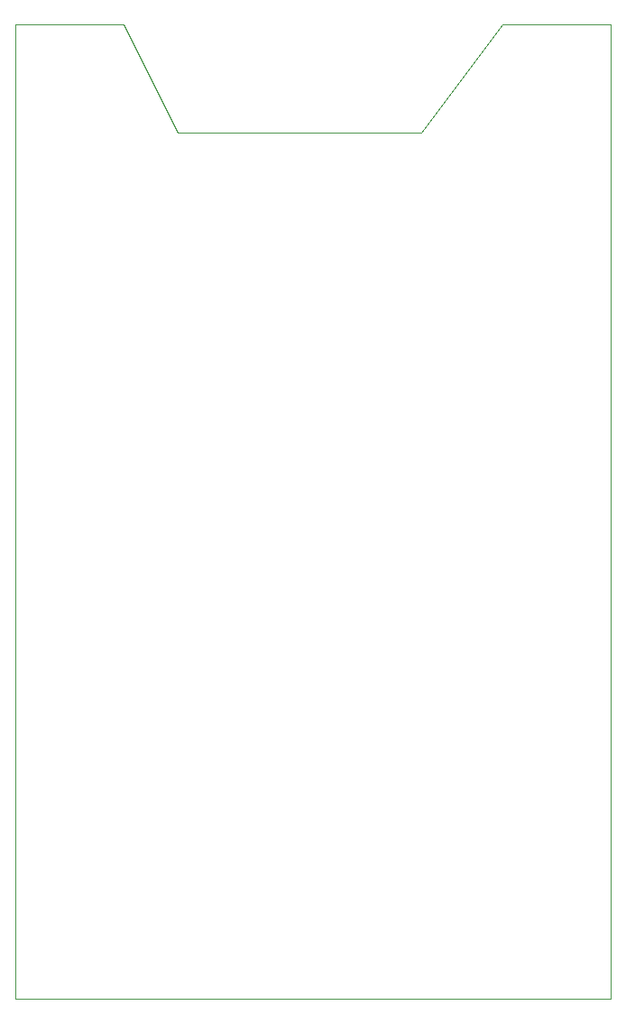
<source format=gbr>
G04 #@! TF.GenerationSoftware,KiCad,Pcbnew,6.0.2+dfsg-1*
G04 #@! TF.CreationDate,2024-08-21T11:00:16+10:00*
G04 #@! TF.ProjectId,MQTTDecoderExpansionBoard,4d515454-4465-4636-9f64-657245787061,A*
G04 #@! TF.SameCoordinates,Original*
G04 #@! TF.FileFunction,Profile,NP*
%FSLAX46Y46*%
G04 Gerber Fmt 4.6, Leading zero omitted, Abs format (unit mm)*
G04 Created by KiCad (PCBNEW 6.0.2+dfsg-1) date 2024-08-21 11:00:16*
%MOMM*%
%LPD*%
G01*
G04 APERTURE LIST*
G04 #@! TA.AperFunction,Profile*
%ADD10C,0.100000*%
G04 #@! TD*
G04 APERTURE END LIST*
D10*
X152400000Y-50800000D02*
X160020000Y-40640000D01*
X114300000Y-40640000D02*
X114300000Y-132080000D01*
X129540000Y-50800000D02*
X124460000Y-40640000D01*
X170180000Y-40640000D02*
X160020000Y-40640000D01*
X114300000Y-132080000D02*
X170180000Y-132080000D01*
X129540000Y-50800000D02*
X152400000Y-50800000D01*
X124460000Y-40640000D02*
X114300000Y-40640000D01*
X170180000Y-132080000D02*
X170180000Y-40640000D01*
M02*

</source>
